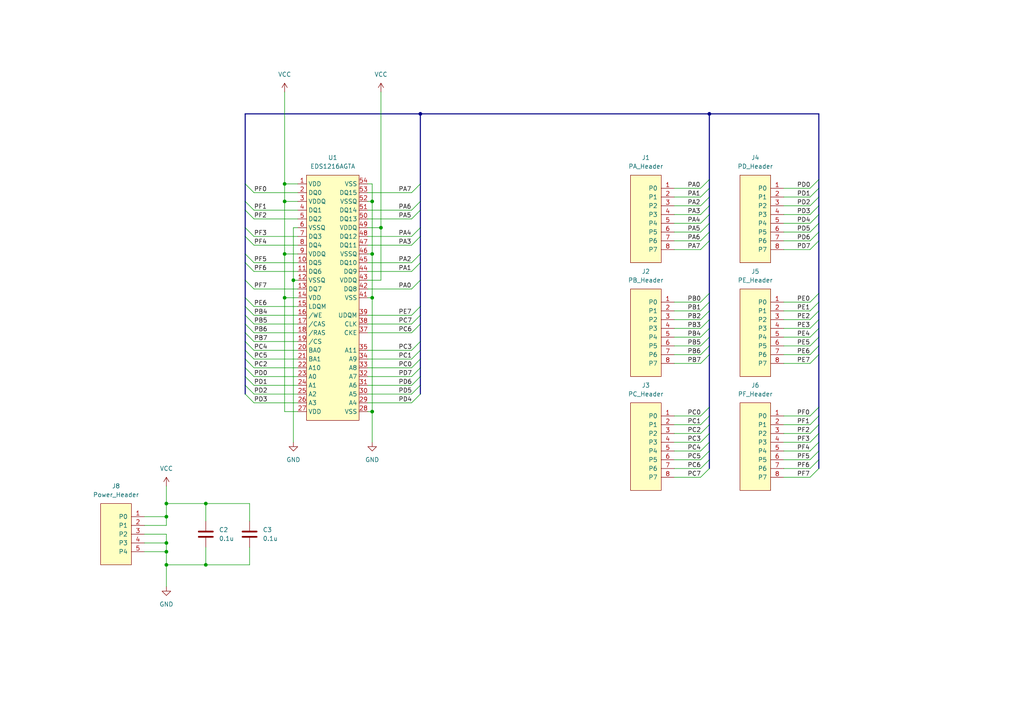
<source format=kicad_sch>
(kicad_sch (version 20230121) (generator eeschema)
  (paper "A4")
  (lib_symbols
    (symbol "C_1" (pin_numbers hide) (pin_names (offset 0.254))
      (property "Reference" "C" (at 0.635 2.54 0))
      (property "Value" "C" (at 0.635 -2.54 0))
      (symbol "C_1_0_1"
        (polyline (pts (xy -2.032 -0.762) (xy 2.032 -0.762)) (stroke (width 0.508)))
        (polyline (pts (xy -2.032 0.762) (xy 2.032 0.762)) (stroke (width 0.508)))
      )
      (symbol "C_1_1_1"
        (pin passive line (at 0 3.81 270) (length 2.794) (name "~") (number "1"))
        (pin passive line (at 0 -3.81 90) (length 2.794) (name "~") (number "2"))
      )
    )
    (symbol "kekyo:EDS1216AGTA"
      (property "Reference" "U" (at -7.62 40.64 0))
      (property "Value" "EDS1216AGTA" (at -7.62 38.1 0))
      (symbol "EDS1216AGTA_0_1"
        (rectangle (start -7.62 35.56) (end 7.62 -35.56) (fill (type background)))
      )
      (symbol "EDS1216AGTA_1_1"
        (pin power_in line (at -10.16 33.02 0) (length 2.54) (name "VDD") (number "1"))
        (pin tri_state line (at -10.16 10.16 0) (length 2.54) (name "DQ5") (number "10"))
        (pin tri_state line (at -10.16 7.62 0) (length 2.54) (name "DQ6") (number "11"))
        (pin power_in line (at -10.16 5.08 0) (length 2.54) (name "VSSQ") (number "12"))
        (pin tri_state line (at -10.16 2.54 0) (length 2.54) (name "DQ7") (number "13"))
        (pin power_in line (at -10.16 0 0) (length 2.54) (name "VDD") (number "14"))
        (pin input line (at -10.16 -2.54 0) (length 2.54) (name "LDQM") (number "15"))
        (pin input line (at -10.16 -5.08 0) (length 2.54) (name "/WE") (number "16"))
        (pin input line (at -10.16 -7.62 0) (length 2.54) (name "/CAS") (number "17"))
        (pin input line (at -10.16 -10.16 0) (length 2.54) (name "/RAS") (number "18"))
        (pin input line (at -10.16 -12.7 0) (length 2.54) (name "/CS") (number "19"))
        (pin tri_state line (at -10.16 30.48 0) (length 2.54) (name "DQ0") (number "2"))
        (pin input line (at -10.16 -15.24 0) (length 2.54) (name "BA0") (number "20"))
        (pin input line (at -10.16 -17.78 0) (length 2.54) (name "BA1") (number "21"))
        (pin input line (at -10.16 -20.32 0) (length 2.54) (name "A10") (number "22"))
        (pin input line (at -10.16 -22.86 0) (length 2.54) (name "A0") (number "23"))
        (pin input line (at -10.16 -25.4 0) (length 2.54) (name "A1") (number "24"))
        (pin input line (at -10.16 -27.94 0) (length 2.54) (name "A2") (number "25"))
        (pin input line (at -10.16 -30.48 0) (length 2.54) (name "A3") (number "26"))
        (pin power_in line (at -10.16 -33.02 0) (length 2.54) (name "VDD") (number "27"))
        (pin power_in line (at 10.16 -33.02 180) (length 2.54) (name "VSS") (number "28"))
        (pin input line (at 10.16 -30.48 180) (length 2.54) (name "A4") (number "29"))
        (pin power_in line (at -10.16 27.94 0) (length 2.54) (name "VDDQ") (number "3"))
        (pin input line (at 10.16 -27.94 180) (length 2.54) (name "A5") (number "30"))
        (pin input line (at 10.16 -25.4 180) (length 2.54) (name "A6") (number "31"))
        (pin input line (at 10.16 -22.86 180) (length 2.54) (name "A7") (number "32"))
        (pin input line (at 10.16 -20.32 180) (length 2.54) (name "A8") (number "33"))
        (pin input line (at 10.16 -17.78 180) (length 2.54) (name "A9") (number "34"))
        (pin input line (at 10.16 -15.24 180) (length 2.54) (name "A11") (number "35"))
        (pin no_connect line (at 10.16 -12.7 180) (length 2.54) hide (name "NC") (number "36"))
        (pin input line (at 10.16 -10.16 180) (length 2.54) (name "CKE") (number "37"))
        (pin input line (at 10.16 -7.62 180) (length 2.54) (name "CLK") (number "38"))
        (pin input line (at 10.16 -5.08 180) (length 2.54) (name "UDQM") (number "39"))
        (pin tri_state line (at -10.16 25.4 0) (length 2.54) (name "DQ1") (number "4"))
        (pin no_connect line (at 10.16 -2.54 180) (length 2.54) hide (name "NC") (number "40"))
        (pin power_in line (at 10.16 0 180) (length 2.54) (name "VSS") (number "41"))
        (pin tri_state line (at 10.16 2.54 180) (length 2.54) (name "DQ8") (number "42"))
        (pin power_in line (at 10.16 5.08 180) (length 2.54) (name "VDDQ") (number "43"))
        (pin tri_state line (at 10.16 7.62 180) (length 2.54) (name "DQ9") (number "44"))
        (pin tri_state line (at 10.16 10.16 180) (length 2.54) (name "DQ10") (number "45"))
        (pin power_in line (at 10.16 12.7 180) (length 2.54) (name "VSSQ") (number "46"))
        (pin tri_state line (at 10.16 15.24 180) (length 2.54) (name "DQ11") (number "47"))
        (pin tri_state line (at 10.16 17.78 180) (length 2.54) (name "DQ12") (number "48"))
        (pin power_in line (at 10.16 20.32 180) (length 2.54) (name "VDDQ") (number "49"))
        (pin tri_state line (at -10.16 22.86 0) (length 2.54) (name "DQ2") (number "5"))
        (pin tri_state line (at 10.16 22.86 180) (length 2.54) (name "DQ13") (number "50"))
        (pin tri_state line (at 10.16 25.4 180) (length 2.54) (name "DQ14") (number "51"))
        (pin power_in line (at 10.16 27.94 180) (length 2.54) (name "VSSQ") (number "52"))
        (pin tri_state line (at 10.16 30.48 180) (length 2.54) (name "DQ15") (number "53"))
        (pin power_in line (at 10.16 33.02 180) (length 2.54) (name "VSS") (number "54"))
        (pin power_in line (at -10.16 20.32 0) (length 2.54) (name "VSSQ") (number "6"))
        (pin tri_state line (at -10.16 17.78 0) (length 2.54) (name "DQ3") (number "7"))
        (pin tri_state line (at -10.16 15.24 0) (length 2.54) (name "DQ4") (number "8"))
        (pin power_in line (at -10.16 12.7 0) (length 2.54) (name "VDDQ") (number "9"))
      )
    )
    (symbol "kekyo:Socket5" (pin_names (offset 1.016))
      (property "Reference" "J" (at 0 12.7 0))
      (property "Value" "Socket5" (at 3.81 10.16 0))
      (symbol "Socket5_1_1"
        (rectangle (start -1.27 8.89) (end 7.62 -8.89) (fill (type background)))
        (pin passive line (at 11.43 5.08 180) (length 3.81) (name "P0") (number "1"))
        (pin passive line (at 11.43 2.54 180) (length 3.81) (name "P1") (number "2"))
        (pin passive line (at 11.43 0 180) (length 3.81) (name "P2") (number "3"))
        (pin passive line (at 11.43 -2.54 180) (length 3.81) (name "P3") (number "4"))
        (pin passive line (at 11.43 -5.08 180) (length 3.81) (name "P4") (number "5"))
      )
    )
    (symbol "kekyo:Socket8" (pin_names (offset 1.016))
      (property "Reference" "J" (at 0 12.7 0))
      (property "Value" "Socket8" (at 3.81 10.16 0))
      (symbol "Socket8_1_1"
        (rectangle (start -1.27 8.89) (end 7.62 -16.51) (fill (type background)))
        (pin passive line (at 11.43 5.08 180) (length 3.81) (name "P0") (number "1"))
        (pin passive line (at 11.43 2.54 180) (length 3.81) (name "P1") (number "2"))
        (pin passive line (at 11.43 0 180) (length 3.81) (name "P2") (number "3"))
        (pin passive line (at 11.43 -2.54 180) (length 3.81) (name "P3") (number "4"))
        (pin passive line (at 11.43 -5.08 180) (length 3.81) (name "P4") (number "5"))
        (pin passive line (at 11.43 -7.62 180) (length 3.81) (name "P5") (number "6"))
        (pin passive line (at 11.43 -10.16 180) (length 3.81) (name "P6") (number "7"))
        (pin passive line (at 11.43 -12.7 180) (length 3.81) (name "P7") (number "8"))
      )
    )
    (symbol "power:GND" (power) (pin_names (offset 0))
      (property "Value" "GND" (at 0 -3.81 0))
      (symbol "GND_0_1"
        (polyline (pts (xy 0 0) (xy 0 -1.27) (xy 1.27 -1.27) (xy 0 -2.54) (xy -1.27 -1.27) (xy 0 -1.27)))
      )
      (symbol "GND_1_1"
        (pin power_in line (at 0 0 270) (length 0) hide (name "GND") (number "1"))
      )
    )
    (symbol "power:VCC" (power) (pin_names (offset 0))
      (property "Value" "VCC" (at 0 3.81 0))
      (symbol "VCC_0_1"
        (polyline (pts (xy -0.762 1.27) (xy 0 2.54)))
        (polyline (pts (xy 0 0) (xy 0 2.54)))
        (polyline (pts (xy 0 2.54) (xy 0.762 1.27)))
      )
      (symbol "VCC_1_1"
        (pin power_in line (at 0 0 90) (length 0) hide (name "VCC") (number "1"))
      )
    )
  )
  (junction (at 59.69 146.05))
  (junction (at 59.69 163.83))
  (junction (at 107.95 119.38))
  (junction (at 110.49 66.04))
  (junction (at 82.55 86.36))
  (junction (at 82.55 58.42))
  (junction (at 107.95 73.66))
  (junction (at 121.92 33.02))
  (junction (at 48.26 149.86))
  (junction (at 205.74 33.02))
  (junction (at 107.95 86.36))
  (junction (at 82.55 53.34))
  (junction (at 82.55 73.66))
  (junction (at 48.26 146.05))
  (junction (at 85.09 81.28))
  (junction (at 107.95 58.42))
  (junction (at 48.26 163.83))
  (junction (at 48.26 157.48))
  (junction (at 48.26 160.02))
  (bus_entry (at 237.49 123.19) (size -2.54 2.54))
  (bus_entry (at 237.49 118.11) (size -2.54 2.54))
  (bus_entry (at 121.92 68.58) (size -2.54 2.54))
  (bus_entry (at 237.49 133.35) (size -2.54 2.54))
  (bus_entry (at 121.92 101.6) (size -2.54 2.54))
  (bus_entry (at 237.49 62.23) (size -2.54 2.54))
  (bus_entry (at 205.74 100.33) (size -2.54 2.54))
  (bus_entry (at 237.49 90.17) (size -2.54 2.54))
  (bus_entry (at 205.74 123.19) (size -2.54 2.54))
  (bus_entry (at 237.49 67.31) (size -2.54 2.54))
  (bus_entry (at 71.12 106.68) (size 2.54 2.54))
  (bus_entry (at 205.74 133.35) (size -2.54 2.54))
  (bus_entry (at 237.49 92.71) (size -2.54 2.54))
  (bus_entry (at 71.12 68.58) (size 2.54 2.54))
  (bus_entry (at 205.74 118.11) (size -2.54 2.54))
  (bus_entry (at 71.12 111.76) (size 2.54 2.54))
  (bus_entry (at 71.12 73.66) (size 2.54 2.54))
  (bus_entry (at 121.92 93.98) (size -2.54 2.54))
  (bus_entry (at 205.74 85.09) (size -2.54 2.54))
  (bus_entry (at 237.49 130.81) (size -2.54 2.54))
  (bus_entry (at 237.49 120.65) (size -2.54 2.54))
  (bus_entry (at 71.12 101.6) (size 2.54 2.54))
  (bus_entry (at 205.74 125.73) (size -2.54 2.54))
  (bus_entry (at 121.92 81.28) (size -2.54 2.54))
  (bus_entry (at 121.92 66.04) (size -2.54 2.54))
  (bus_entry (at 205.74 62.23) (size -2.54 2.54))
  (bus_entry (at 237.49 102.87) (size -2.54 2.54))
  (bus_entry (at 71.12 91.44) (size 2.54 2.54))
  (bus_entry (at 205.74 102.87) (size -2.54 2.54))
  (bus_entry (at 121.92 99.06) (size -2.54 2.54))
  (bus_entry (at 205.74 135.89) (size -2.54 2.54))
  (bus_entry (at 121.92 53.34) (size -2.54 2.54))
  (bus_entry (at 71.12 93.98) (size 2.54 2.54))
  (bus_entry (at 237.49 57.15) (size -2.54 2.54))
  (bus_entry (at 205.74 130.81) (size -2.54 2.54))
  (bus_entry (at 237.49 125.73) (size -2.54 2.54))
  (bus_entry (at 71.12 86.36) (size 2.54 2.54))
  (bus_entry (at 121.92 60.96) (size -2.54 2.54))
  (bus_entry (at 237.49 52.07) (size -2.54 2.54))
  (bus_entry (at 205.74 95.25) (size -2.54 2.54))
  (bus_entry (at 205.74 69.85) (size -2.54 2.54))
  (bus_entry (at 121.92 111.76) (size -2.54 2.54))
  (bus_entry (at 71.12 96.52) (size 2.54 2.54))
  (bus_entry (at 237.49 69.85) (size -2.54 2.54))
  (bus_entry (at 71.12 114.3) (size 2.54 2.54))
  (bus_entry (at 121.92 58.42) (size -2.54 2.54))
  (bus_entry (at 71.12 109.22) (size 2.54 2.54))
  (bus_entry (at 205.74 54.61) (size -2.54 2.54))
  (bus_entry (at 121.92 91.44) (size -2.54 2.54))
  (bus_entry (at 71.12 66.04) (size 2.54 2.54))
  (bus_entry (at 237.49 64.77) (size -2.54 2.54))
  (bus_entry (at 205.74 128.27) (size -2.54 2.54))
  (bus_entry (at 237.49 135.89) (size -2.54 2.54))
  (bus_entry (at 71.12 60.96) (size 2.54 2.54))
  (bus_entry (at 71.12 76.2) (size 2.54 2.54))
  (bus_entry (at 121.92 104.14) (size -2.54 2.54))
  (bus_entry (at 121.92 76.2) (size -2.54 2.54))
  (bus_entry (at 237.49 87.63) (size -2.54 2.54))
  (bus_entry (at 71.12 81.28) (size 2.54 2.54))
  (bus_entry (at 121.92 73.66) (size -2.54 2.54))
  (bus_entry (at 237.49 97.79) (size -2.54 2.54))
  (bus_entry (at 237.49 54.61) (size -2.54 2.54))
  (bus_entry (at 205.74 64.77) (size -2.54 2.54))
  (bus_entry (at 205.74 120.65) (size -2.54 2.54))
  (bus_entry (at 205.74 59.69) (size -2.54 2.54))
  (bus_entry (at 205.74 52.07) (size -2.54 2.54))
  (bus_entry (at 121.92 114.3) (size -2.54 2.54))
  (bus_entry (at 205.74 87.63) (size -2.54 2.54))
  (bus_entry (at 205.74 67.31) (size -2.54 2.54))
  (bus_entry (at 205.74 92.71) (size -2.54 2.54))
  (bus_entry (at 71.12 53.34) (size 2.54 2.54))
  (bus_entry (at 237.49 100.33) (size -2.54 2.54))
  (bus_entry (at 205.74 90.17) (size -2.54 2.54))
  (bus_entry (at 205.74 97.79) (size -2.54 2.54))
  (bus_entry (at 205.74 57.15) (size -2.54 2.54))
  (bus_entry (at 71.12 99.06) (size 2.54 2.54))
  (bus_entry (at 237.49 85.09) (size -2.54 2.54))
  (bus_entry (at 237.49 128.27) (size -2.54 2.54))
  (bus_entry (at 121.92 109.22) (size -2.54 2.54))
  (bus_entry (at 71.12 58.42) (size 2.54 2.54))
  (bus_entry (at 121.92 88.9) (size -2.54 2.54))
  (bus_entry (at 237.49 95.25) (size -2.54 2.54))
  (bus_entry (at 237.49 59.69) (size -2.54 2.54))
  (bus_entry (at 121.92 106.68) (size -2.54 2.54))
  (bus_entry (at 71.12 104.14) (size 2.54 2.54))
  (bus_entry (at 71.12 88.9) (size 2.54 2.54))
  (wire (pts (xy 106.68 91.44) (xy 119.38 91.44)))
  (wire (pts (xy 195.58 130.81) (xy 203.2 130.81)))
  (bus (pts (xy 237.49 125.73) (xy 237.49 128.27)))
  (wire (pts (xy 195.58 120.65) (xy 203.2 120.65)))
  (bus (pts (xy 121.92 106.68) (xy 121.92 109.22)))
  (wire (pts (xy 106.68 68.58) (xy 119.38 68.58)))
  (wire (pts (xy 227.33 67.31) (xy 234.95 67.31)))
  (wire (pts (xy 106.68 71.12) (xy 119.38 71.12)))
  (bus (pts (xy 237.49 57.15) (xy 237.49 59.69)))
  (bus (pts (xy 71.12 33.02) (xy 121.92 33.02)))
  (wire (pts (xy 73.66 78.74) (xy 86.36 78.74)))
  (bus (pts (xy 205.74 64.77) (xy 205.74 67.31)))
  (wire (pts (xy 48.26 160.02) (xy 48.26 163.83)))
  (bus (pts (xy 237.49 118.11) (xy 237.49 120.65)))
  (wire (pts (xy 107.95 86.36) (xy 107.95 119.38)))
  (wire (pts (xy 227.33 72.39) (xy 234.95 72.39)))
  (wire (pts (xy 73.66 96.52) (xy 86.36 96.52)))
  (wire (pts (xy 227.33 87.63) (xy 234.95 87.63)))
  (bus (pts (xy 205.74 123.19) (xy 205.74 125.73)))
  (bus (pts (xy 237.49 64.77) (xy 237.49 67.31)))
  (bus (pts (xy 121.92 99.06) (xy 121.92 101.6)))
  (bus (pts (xy 71.12 76.2) (xy 71.12 81.28)))
  (wire (pts (xy 195.58 67.31) (xy 203.2 67.31)))
  (wire (pts (xy 82.55 86.36) (xy 82.55 73.66)))
  (wire (pts (xy 106.68 81.28) (xy 110.49 81.28)))
  (bus (pts (xy 71.12 33.02) (xy 71.12 53.34)))
  (bus (pts (xy 121.92 109.22) (xy 121.92 111.76)))
  (wire (pts (xy 195.58 69.85) (xy 203.2 69.85)))
  (wire (pts (xy 106.68 109.22) (xy 119.38 109.22)))
  (wire (pts (xy 106.68 83.82) (xy 119.38 83.82)))
  (bus (pts (xy 71.12 106.68) (xy 71.12 109.22)))
  (bus (pts (xy 205.74 33.02) (xy 205.74 52.07)))
  (wire (pts (xy 227.33 130.81) (xy 234.95 130.81)))
  (wire (pts (xy 107.95 53.34) (xy 107.95 58.42)))
  (bus (pts (xy 237.49 33.02) (xy 237.49 52.07)))
  (wire (pts (xy 48.26 163.83) (xy 48.26 170.18)))
  (bus (pts (xy 121.92 91.44) (xy 121.92 93.98)))
  (bus (pts (xy 237.49 128.27) (xy 237.49 130.81)))
  (wire (pts (xy 195.58 54.61) (xy 203.2 54.61)))
  (wire (pts (xy 73.66 106.68) (xy 86.36 106.68)))
  (wire (pts (xy 195.58 97.79) (xy 203.2 97.79)))
  (wire (pts (xy 73.66 60.96) (xy 86.36 60.96)))
  (bus (pts (xy 71.12 81.28) (xy 71.12 86.36)))
  (wire (pts (xy 106.68 63.5) (xy 119.38 63.5)))
  (wire (pts (xy 195.58 87.63) (xy 203.2 87.63)))
  (wire (pts (xy 195.58 72.39) (xy 203.2 72.39)))
  (wire (pts (xy 106.68 106.68) (xy 119.38 106.68)))
  (wire (pts (xy 73.66 83.82) (xy 86.36 83.82)))
  (wire (pts (xy 195.58 57.15) (xy 203.2 57.15)))
  (wire (pts (xy 73.66 104.14) (xy 86.36 104.14)))
  (wire (pts (xy 227.33 133.35) (xy 234.95 133.35)))
  (bus (pts (xy 205.74 125.73) (xy 205.74 128.27)))
  (wire (pts (xy 73.66 93.98) (xy 86.36 93.98)))
  (wire (pts (xy 82.55 53.34) (xy 82.55 58.42)))
  (bus (pts (xy 71.12 99.06) (xy 71.12 101.6)))
  (bus (pts (xy 237.49 123.19) (xy 237.49 125.73)))
  (wire (pts (xy 106.68 73.66) (xy 107.95 73.66)))
  (wire (pts (xy 48.26 140.97) (xy 48.26 146.05)))
  (wire (pts (xy 227.33 97.79) (xy 234.95 97.79)))
  (bus (pts (xy 237.49 69.85) (xy 237.49 85.09)))
  (bus (pts (xy 71.12 60.96) (xy 71.12 66.04)))
  (wire (pts (xy 227.33 102.87) (xy 234.95 102.87)))
  (wire (pts (xy 73.66 101.6) (xy 86.36 101.6)))
  (wire (pts (xy 227.33 123.19) (xy 234.95 123.19)))
  (wire (pts (xy 73.66 88.9) (xy 86.36 88.9)))
  (wire (pts (xy 195.58 138.43) (xy 203.2 138.43)))
  (bus (pts (xy 237.49 62.23) (xy 237.49 64.77)))
  (bus (pts (xy 71.12 111.76) (xy 71.12 114.3)))
  (bus (pts (xy 237.49 130.81) (xy 237.49 133.35)))
  (wire (pts (xy 110.49 66.04) (xy 110.49 81.28)))
  (bus (pts (xy 121.92 101.6) (xy 121.92 104.14)))
  (wire (pts (xy 86.36 73.66) (xy 82.55 73.66)))
  (wire (pts (xy 73.66 91.44) (xy 86.36 91.44)))
  (wire (pts (xy 82.55 26.67) (xy 82.55 53.34)))
  (bus (pts (xy 121.92 73.66) (xy 121.92 76.2)))
  (wire (pts (xy 227.33 57.15) (xy 234.95 57.15)))
  (bus (pts (xy 205.74 102.87) (xy 205.74 118.11)))
  (wire (pts (xy 195.58 123.19) (xy 203.2 123.19)))
  (bus (pts (xy 121.92 76.2) (xy 121.92 81.28)))
  (bus (pts (xy 205.74 100.33) (xy 205.74 102.87)))
  (wire (pts (xy 59.69 146.05) (xy 59.69 151.13)))
  (wire (pts (xy 227.33 62.23) (xy 234.95 62.23)))
  (wire (pts (xy 82.55 53.34) (xy 86.36 53.34)))
  (bus (pts (xy 237.49 100.33) (xy 237.49 102.87)))
  (wire (pts (xy 107.95 73.66) (xy 107.95 86.36)))
  (wire (pts (xy 85.09 81.28) (xy 85.09 128.27)))
  (bus (pts (xy 121.92 93.98) (xy 121.92 99.06)))
  (wire (pts (xy 195.58 62.23) (xy 203.2 62.23)))
  (wire (pts (xy 106.68 101.6) (xy 119.38 101.6)))
  (wire (pts (xy 227.33 95.25) (xy 234.95 95.25)))
  (wire (pts (xy 59.69 163.83) (xy 72.39 163.83)))
  (wire (pts (xy 195.58 105.41) (xy 203.2 105.41)))
  (bus (pts (xy 205.74 85.09) (xy 205.74 87.63)))
  (bus (pts (xy 237.49 97.79) (xy 237.49 100.33)))
  (wire (pts (xy 195.58 64.77) (xy 203.2 64.77)))
  (wire (pts (xy 227.33 135.89) (xy 234.95 135.89)))
  (bus (pts (xy 71.12 68.58) (xy 71.12 73.66)))
  (bus (pts (xy 121.92 68.58) (xy 121.92 73.66)))
  (wire (pts (xy 106.68 104.14) (xy 119.38 104.14)))
  (bus (pts (xy 205.74 97.79) (xy 205.74 100.33)))
  (wire (pts (xy 107.95 119.38) (xy 107.95 128.27)))
  (bus (pts (xy 205.74 62.23) (xy 205.74 64.77)))
  (wire (pts (xy 227.33 128.27) (xy 234.95 128.27)))
  (bus (pts (xy 205.74 128.27) (xy 205.74 130.81)))
  (wire (pts (xy 73.66 76.2) (xy 86.36 76.2)))
  (bus (pts (xy 237.49 102.87) (xy 237.49 118.11)))
  (wire (pts (xy 59.69 158.75) (xy 59.69 163.83)))
  (wire (pts (xy 227.33 138.43) (xy 234.95 138.43)))
  (wire (pts (xy 195.58 100.33) (xy 203.2 100.33)))
  (wire (pts (xy 106.68 114.3) (xy 119.38 114.3)))
  (wire (pts (xy 106.68 86.36) (xy 107.95 86.36)))
  (bus (pts (xy 121.92 81.28) (xy 121.92 88.9)))
  (bus (pts (xy 71.12 66.04) (xy 71.12 68.58)))
  (bus (pts (xy 71.12 86.36) (xy 71.12 88.9)))
  (wire (pts (xy 106.68 96.52) (xy 119.38 96.52)))
  (wire (pts (xy 48.26 157.48) (xy 48.26 160.02)))
  (wire (pts (xy 227.33 92.71) (xy 234.95 92.71)))
  (bus (pts (xy 205.74 69.85) (xy 205.74 85.09)))
  (wire (pts (xy 73.66 114.3) (xy 86.36 114.3)))
  (wire (pts (xy 86.36 66.04) (xy 85.09 66.04)))
  (wire (pts (xy 195.58 133.35) (xy 203.2 133.35)))
  (bus (pts (xy 71.12 96.52) (xy 71.12 99.06)))
  (bus (pts (xy 205.74 87.63) (xy 205.74 90.17)))
  (wire (pts (xy 106.68 66.04) (xy 110.49 66.04)))
  (bus (pts (xy 121.92 104.14) (xy 121.92 106.68)))
  (bus (pts (xy 205.74 59.69) (xy 205.74 62.23)))
  (wire (pts (xy 227.33 90.17) (xy 234.95 90.17)))
  (wire (pts (xy 110.49 26.67) (xy 110.49 66.04)))
  (wire (pts (xy 227.33 125.73) (xy 234.95 125.73)))
  (bus (pts (xy 71.12 58.42) (xy 71.12 60.96)))
  (wire (pts (xy 195.58 125.73) (xy 203.2 125.73)))
  (wire (pts (xy 227.33 59.69) (xy 234.95 59.69)))
  (bus (pts (xy 237.49 52.07) (xy 237.49 54.61)))
  (wire (pts (xy 195.58 135.89) (xy 203.2 135.89)))
  (wire (pts (xy 106.68 78.74) (xy 119.38 78.74)))
  (wire (pts (xy 106.68 93.98) (xy 119.38 93.98)))
  (wire (pts (xy 195.58 95.25) (xy 203.2 95.25)))
  (bus (pts (xy 205.74 33.02) (xy 237.49 33.02)))
  (bus (pts (xy 205.74 52.07) (xy 205.74 54.61)))
  (wire (pts (xy 59.69 146.05) (xy 72.39 146.05)))
  (bus (pts (xy 205.74 130.81) (xy 205.74 133.35)))
  (wire (pts (xy 106.68 55.88) (xy 119.38 55.88)))
  (wire (pts (xy 106.68 111.76) (xy 119.38 111.76)))
  (wire (pts (xy 195.58 90.17) (xy 203.2 90.17)))
  (wire (pts (xy 41.91 157.48) (xy 48.26 157.48)))
  (bus (pts (xy 121.92 58.42) (xy 121.92 60.96)))
  (bus (pts (xy 205.74 120.65) (xy 205.74 123.19)))
  (bus (pts (xy 205.74 133.35) (xy 205.74 135.89)))
  (bus (pts (xy 205.74 92.71) (xy 205.74 95.25)))
  (wire (pts (xy 73.66 71.12) (xy 86.36 71.12)))
  (wire (pts (xy 106.68 53.34) (xy 107.95 53.34)))
  (wire (pts (xy 48.26 163.83) (xy 59.69 163.83)))
  (wire (pts (xy 41.91 149.86) (xy 48.26 149.86)))
  (wire (pts (xy 107.95 58.42) (xy 107.95 73.66)))
  (bus (pts (xy 237.49 87.63) (xy 237.49 90.17)))
  (wire (pts (xy 48.26 152.4) (xy 41.91 152.4)))
  (wire (pts (xy 227.33 54.61) (xy 234.95 54.61)))
  (bus (pts (xy 71.12 109.22) (xy 71.12 111.76)))
  (bus (pts (xy 205.74 67.31) (xy 205.74 69.85)))
  (wire (pts (xy 106.68 119.38) (xy 107.95 119.38)))
  (bus (pts (xy 121.92 111.76) (xy 121.92 114.3)))
  (bus (pts (xy 237.49 120.65) (xy 237.49 123.19)))
  (bus (pts (xy 71.12 73.66) (xy 71.12 76.2)))
  (wire (pts (xy 227.33 105.41) (xy 234.95 105.41)))
  (wire (pts (xy 106.68 60.96) (xy 119.38 60.96)))
  (bus (pts (xy 205.74 118.11) (xy 205.74 120.65)))
  (wire (pts (xy 41.91 160.02) (xy 48.26 160.02)))
  (bus (pts (xy 237.49 133.35) (xy 237.49 135.89)))
  (bus (pts (xy 237.49 67.31) (xy 237.49 69.85)))
  (wire (pts (xy 48.26 149.86) (xy 48.26 152.4)))
  (wire (pts (xy 227.33 100.33) (xy 234.95 100.33)))
  (bus (pts (xy 205.74 95.25) (xy 205.74 97.79)))
  (wire (pts (xy 73.66 55.88) (xy 86.36 55.88)))
  (bus (pts (xy 71.12 104.14) (xy 71.12 106.68)))
  (wire (pts (xy 73.66 109.22) (xy 86.36 109.22)))
  (wire (pts (xy 48.26 154.94) (xy 48.26 157.48)))
  (wire (pts (xy 72.39 146.05) (xy 72.39 151.13)))
  (wire (pts (xy 41.91 154.94) (xy 48.26 154.94)))
  (bus (pts (xy 237.49 59.69) (xy 237.49 62.23)))
  (wire (pts (xy 85.09 81.28) (xy 86.36 81.28)))
  (wire (pts (xy 106.68 76.2) (xy 119.38 76.2)))
  (wire (pts (xy 48.26 146.05) (xy 48.26 149.86)))
  (wire (pts (xy 195.58 102.87) (xy 203.2 102.87)))
  (bus (pts (xy 237.49 95.25) (xy 237.49 97.79)))
  (bus (pts (xy 71.12 88.9) (xy 71.12 91.44)))
  (bus (pts (xy 237.49 54.61) (xy 237.49 57.15)))
  (bus (pts (xy 237.49 85.09) (xy 237.49 87.63)))
  (wire (pts (xy 227.33 120.65) (xy 234.95 120.65)))
  (bus (pts (xy 121.92 60.96) (xy 121.92 66.04)))
  (wire (pts (xy 73.66 68.58) (xy 86.36 68.58)))
  (wire (pts (xy 106.68 58.42) (xy 107.95 58.42)))
  (wire (pts (xy 86.36 119.38) (xy 82.55 119.38)))
  (bus (pts (xy 121.92 53.34) (xy 121.92 58.42)))
  (wire (pts (xy 72.39 158.75) (xy 72.39 163.83)))
  (bus (pts (xy 205.74 54.61) (xy 205.74 57.15)))
  (wire (pts (xy 73.66 99.06) (xy 86.36 99.06)))
  (wire (pts (xy 195.58 59.69) (xy 203.2 59.69)))
  (wire (pts (xy 82.55 119.38) (xy 82.55 86.36)))
  (bus (pts (xy 71.12 101.6) (xy 71.12 104.14)))
  (wire (pts (xy 106.68 116.84) (xy 119.38 116.84)))
  (wire (pts (xy 86.36 86.36) (xy 82.55 86.36)))
  (wire (pts (xy 82.55 58.42) (xy 86.36 58.42)))
  (wire (pts (xy 73.66 111.76) (xy 86.36 111.76)))
  (wire (pts (xy 195.58 128.27) (xy 203.2 128.27)))
  (bus (pts (xy 237.49 92.71) (xy 237.49 95.25)))
  (bus (pts (xy 121.92 88.9) (xy 121.92 91.44)))
  (bus (pts (xy 71.12 91.44) (xy 71.12 93.98)))
  (wire (pts (xy 73.66 63.5) (xy 86.36 63.5)))
  (bus (pts (xy 71.12 93.98) (xy 71.12 96.52)))
  (bus (pts (xy 205.74 90.17) (xy 205.74 92.71)))
  (wire (pts (xy 85.09 66.04) (xy 85.09 81.28)))
  (bus (pts (xy 205.74 57.15) (xy 205.74 59.69)))
  (bus (pts (xy 121.92 33.02) (xy 205.74 33.02)))
  (bus (pts (xy 71.12 53.34) (xy 71.12 58.42)))
  (bus (pts (xy 237.49 90.17) (xy 237.49 92.71)))
  (wire (pts (xy 73.66 116.84) (xy 86.36 116.84)))
  (bus (pts (xy 121.92 33.02) (xy 121.92 53.34)))
  (bus (pts (xy 121.92 66.04) (xy 121.92 68.58)))
  (wire (pts (xy 82.55 58.42) (xy 82.55 73.66)))
  (wire (pts (xy 227.33 69.85) (xy 234.95 69.85)))
  (wire (pts (xy 195.58 92.71) (xy 203.2 92.71)))
  (wire (pts (xy 227.33 64.77) (xy 234.95 64.77)))
  (wire (pts (xy 48.26 146.05) (xy 59.69 146.05)))
  (label "PF5" (at 231.14 133.35 0))
  (label "PD7" (at 231.14 72.39 0))
  (label "PA7" (at 199.39 72.39 0))
  (label "PE2" (at 231.14 92.71 0))
  (label "PD6" (at 231.14 69.85 0))
  (label "PF7" (at 73.66 83.82 0))
  (label "PB0" (at 199.39 87.63 0))
  (label "PD2" (at 73.66 114.3 0))
  (label "PB7" (at 73.66 99.06 0))
  (label "PF6" (at 231.14 135.89 0))
  (label "PA4" (at 199.39 64.77 0))
  (label "PF2" (at 73.66 63.5 0))
  (label "PD1" (at 73.66 111.76 0))
  (label "PB1" (at 199.39 90.17 0))
  (label "PC7" (at 115.57 93.98 0))
  (label "PE7" (at 115.57 91.44 0))
  (label "PF4" (at 231.14 130.81 0))
  (label "PA5" (at 115.57 63.5 0))
  (label "PB6" (at 199.39 102.87 0))
  (label "PD5" (at 115.57 114.3 0))
  (label "PF5" (at 73.66 76.2 0))
  (label "PD1" (at 231.14 57.15 0))
  (label "PB4" (at 73.66 91.44 0))
  (label "PB6" (at 73.66 96.52 0))
  (label "PE7" (at 231.14 105.41 0))
  (label "PE5" (at 231.14 100.33 0))
  (label "PA1" (at 115.57 78.74 0))
  (label "PF1" (at 73.66 60.96 0))
  (label "PA6" (at 199.39 69.85 0))
  (label "PE3" (at 231.14 95.25 0))
  (label "PE1" (at 231.14 90.17 0))
  (label "PC5" (at 199.39 133.35 0))
  (label "PA1" (at 199.39 57.15 0))
  (label "PA2" (at 199.39 59.69 0))
  (label "PF0" (at 231.14 120.65 0))
  (label "PF3" (at 73.66 68.58 0))
  (label "PD0" (at 73.66 109.22 0))
  (label "PD3" (at 231.14 62.23 0))
  (label "PB5" (at 73.66 93.98 0))
  (label "PB7" (at 199.39 105.41 0))
  (label "PF6" (at 73.66 78.74 0))
  (label "PC2" (at 199.39 125.73 0))
  (label "PB5" (at 199.39 100.33 0))
  (label "PA3" (at 115.57 71.12 0))
  (label "PF0" (at 73.66 55.88 0))
  (label "PA3" (at 199.39 62.23 0))
  (label "PD0" (at 231.14 54.61 0))
  (label "PC6" (at 115.57 96.52 0))
  (label "PC0" (at 115.57 106.68 0))
  (label "PC4" (at 199.39 130.81 0))
  (label "PD2" (at 231.14 59.69 0))
  (label "PC2" (at 73.66 106.68 0))
  (label "PB4" (at 199.39 97.79 0))
  (label "PD5" (at 231.14 67.31 0))
  (label "PA4" (at 115.57 68.58 0))
  (label "PA2" (at 115.57 76.2 0))
  (label "PC1" (at 199.39 123.19 0))
  (label "PB2" (at 199.39 92.71 0))
  (label "PE0" (at 231.14 87.63 0))
  (label "PE6" (at 231.14 102.87 0))
  (label "PE6" (at 73.66 88.9 0))
  (label "PB3" (at 199.39 95.25 0))
  (label "PC6" (at 199.39 135.89 0))
  (label "PC3" (at 115.57 101.6 0))
  (label "PC1" (at 115.57 104.14 0))
  (label "PE4" (at 231.14 97.79 0))
  (label "PC3" (at 199.39 128.27 0))
  (label "PD6" (at 115.57 111.76 0))
  (label "PC7" (at 199.39 138.43 0))
  (label "PA6" (at 115.57 60.96 0))
  (label "PA5" (at 199.39 67.31 0))
  (label "PA0" (at 115.57 83.82 0))
  (label "PF1" (at 231.14 123.19 0))
  (label "PD4" (at 115.57 116.84 0))
  (label "PA7" (at 115.57 55.88 0))
  (label "PC4" (at 73.66 101.6 0))
  (label "PF3" (at 231.14 128.27 0))
  (label "PD4" (at 231.14 64.77 0))
  (label "PC5" (at 73.66 104.14 0))
  (label "PA0" (at 199.39 54.61 0))
  (label "PD7" (at 115.57 109.22 0))
  (label "PF4" (at 73.66 71.12 0))
  (label "PD3" (at 73.66 116.84 0))
  (label "PC0" (at 199.39 120.65 0))
  (label "PF2" (at 231.14 125.73 0))
  (label "PF7" (at 231.14 138.43 0))
  (symbol (lib_id "power:VCC") (at 110.49 26.67 0) (unit 1)
    (property "Reference" "#PWR04" (effects hide))
    (property "Value" "VCC" (at 110.49 21.59 0))
  )
  (symbol (lib_id "kekyo:Socket8") (at 215.9 92.71 0) (unit 1)
    (property "Reference" "J5" (at 219.075 78.74 0))
    (property "Value" "PE_Header" (at 219.075 81.28 0))
    (property "Footprint" "kekyo:PinHeader_1x08_P2.54mm_Vertical" (effects hide))
  )
  (symbol (lib_id "kekyo:Socket8") (at 184.15 59.69 0) (unit 1)
    (property "Reference" "J1" (at 187.325 45.72 0))
    (property "Value" "PA_Header" (at 187.325 48.26 0))
    (property "Footprint" "kekyo:PinHeader_1x08_P2.54mm_Vertical" (effects hide))
  )
  (symbol (lib_id "kekyo:Socket8") (at 215.9 59.69 0) (unit 1)
    (property "Reference" "J4" (at 219.075 45.72 0))
    (property "Value" "PD_Header" (at 219.075 48.26 0))
    (property "Footprint" "kekyo:PinHeader_1x08_P2.54mm_Vertical" (effects hide))
  )
  (symbol (lib_id "power:VCC") (at 48.26 140.97 0) (unit 1)
    (property "Reference" "#PWR01" (effects hide))
    (property "Value" "VCC" (at 48.26 135.89 0))
  )
  (symbol (lib_id "kekyo:Socket8") (at 184.15 92.71 0) (unit 1)
    (property "Reference" "J2" (at 187.325 78.74 0))
    (property "Value" "PB_Header" (at 187.325 81.28 0))
    (property "Footprint" "kekyo:PinHeader_1x08_P2.54mm_Vertical" (effects hide))
  )
  (symbol (lib_id "kekyo:Socket5") (at 30.48 154.94 0) (unit 1)
    (property "Reference" "J8" (at 33.655 140.97 0))
    (property "Value" "Power_Header" (at 33.655 143.51 0))
    (property "Footprint" "kekyo:PinSocket_1x05_P2.54mm_Vertical" (effects hide))
  )
  (symbol (lib_id "power:GND") (at 85.09 128.27 0) (unit 1)
    (property "Reference" "#PWR05" (effects hide))
    (property "Value" "GND" (at 85.09 133.35 0))
  )
  (symbol (lib_id "power:VCC") (at 82.55 26.67 0) (unit 1)
    (property "Reference" "#PWR03" (effects hide))
    (property "Value" "VCC" (at 82.55 21.59 0))
  )
  (symbol (lib_id "power:GND") (at 48.26 170.18 0) (unit 1)
    (property "Reference" "#PWR02" (effects hide))
    (property "Value" "GND" (at 48.26 175.26 0))
  )
  (symbol (lib_id "kekyo:Socket8") (at 184.15 125.73 0) (unit 1)
    (property "Reference" "J3" (at 187.325 111.76 0))
    (property "Value" "PC_Header" (at 187.325 114.3 0))
    (property "Footprint" "kekyo:PinHeader_1x08_P2.54mm_Vertical" (effects hide))
  )
  (symbol (lib_id "kekyo:EDS1216AGTA") (at 96.52 86.36 0) (unit 1)
    (property "Reference" "U1" (at 96.52 45.72 0))
    (property "Value" "EDS1216AGTA" (at 96.52 48.26 0))
    (property "Footprint" "kekyo:EDS1216AGTA" (effects hide))
    (property "Datasheet" "EDS1216AGTA.pdf" (effects hide))
  )
  (symbol (lib_name "C_1") (lib_id "kekyo:C") (at 59.69 154.94 0) (unit 1)
    (property "Reference" "C2" (at 63.5 153.67 0) (effects (justify left)))
    (property "Value" "0.1u" (at 63.5 156.21 0) (effects (justify left)))
    (property "Footprint" "kekyo:C_Disc_D4.3mm_W1.9mm_P5.00mm" (effects hide))
  )
  (symbol (lib_id "power:GND") (at 107.95 128.27 0) (unit 1)
    (property "Reference" "#PWR06" (effects hide))
    (property "Value" "GND" (at 107.95 133.35 0))
  )
  (symbol (lib_name "C_1") (lib_id "kekyo:C") (at 72.39 154.94 0) (unit 1)
    (property "Reference" "C3" (at 76.2 153.67 0) (effects (justify left)))
    (property "Value" "0.1u" (at 76.2 156.21 0) (effects (justify left)))
    (property "Footprint" "kekyo:C_Disc_D4.3mm_W1.9mm_P5.00mm" (effects hide))
  )
  (symbol (lib_id "kekyo:Socket8") (at 215.9 125.73 0) (unit 1)
    (property "Reference" "J6" (at 219.075 111.76 0))
    (property "Value" "PF_Header" (at 219.075 114.3 0))
    (property "Footprint" "kekyo:PinHeader_1x08_P2.54mm_Vertical" (effects hide))
  )
)
</source>
